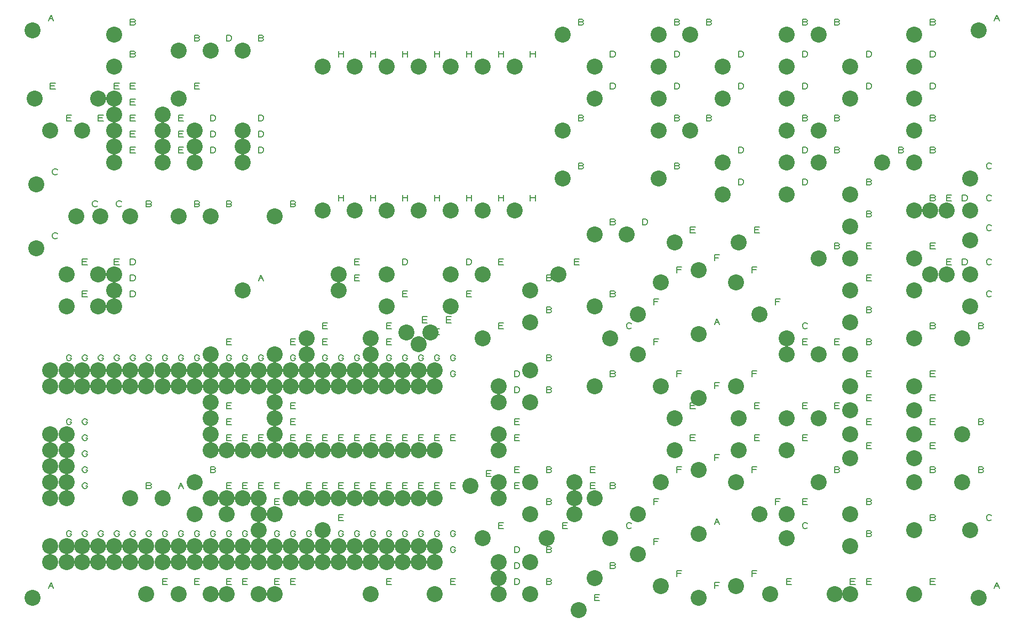
<source format=gbr>
%FSLAX23Y23*%
%MOIN*%
G04 EasyPC Gerber Version 14.0.2 Build 2922 *
%ADD25C,0.00500*%
%ADD24C,0.10000*%
X0Y0D02*
D02*
D24*
X1204Y1117D03*
Y4667D03*
X1217Y4242D03*
X1229Y3304D03*
Y3704D03*
X1316Y1341D03*
Y1441D03*
Y1741D03*
Y1841D03*
Y1941D03*
Y2041D03*
Y2142D03*
Y2442D03*
Y2542D03*
Y4042D03*
X1417Y1341D03*
Y1441D03*
Y1741D03*
Y1841D03*
Y1941D03*
Y2041D03*
Y2142D03*
Y2442D03*
Y2542D03*
Y2942D03*
Y3142D03*
X1479Y3504D03*
X1516Y1341D03*
Y1441D03*
Y2442D03*
Y2542D03*
Y4042D03*
X1616Y1341D03*
Y1441D03*
Y2442D03*
Y2542D03*
Y2942D03*
Y3142D03*
Y4242D03*
X1629Y3504D03*
X1716Y1341D03*
Y1441D03*
Y2442D03*
Y2542D03*
Y2942D03*
Y3042D03*
Y3142D03*
Y3842D03*
Y3942D03*
Y4042D03*
Y4142D03*
Y4242D03*
Y4441D03*
Y4642D03*
X1816Y1341D03*
Y1441D03*
Y1741D03*
Y2442D03*
Y2542D03*
Y3504D03*
X1916Y1142D03*
Y1341D03*
Y1441D03*
Y2442D03*
Y2542D03*
X2017Y1341D03*
Y1441D03*
Y1741D03*
Y2442D03*
Y2542D03*
Y3842D03*
Y3942D03*
Y4042D03*
Y4142D03*
X2117Y1142D03*
Y1341D03*
Y1441D03*
Y2442D03*
Y2542D03*
Y3504D03*
Y4242D03*
Y4542D03*
X2217Y1341D03*
Y1441D03*
Y1641D03*
Y1841D03*
Y2442D03*
Y2542D03*
Y3842D03*
Y3942D03*
Y4042D03*
X2317Y1142D03*
Y1341D03*
Y1441D03*
Y1741D03*
Y2041D03*
Y2142D03*
Y2242D03*
Y2342D03*
Y2442D03*
Y2542D03*
Y2642D03*
Y3504D03*
Y4542D03*
X2417Y1142D03*
Y1341D03*
Y1441D03*
Y1641D03*
Y1741D03*
Y2041D03*
Y2442D03*
Y2542D03*
X2517Y1341D03*
Y1441D03*
Y1741D03*
Y2041D03*
Y2442D03*
Y2542D03*
Y3042D03*
Y3842D03*
Y3942D03*
Y4042D03*
Y4542D03*
X2617Y1142D03*
Y1341D03*
Y1441D03*
Y1542D03*
Y1641D03*
Y1741D03*
Y2041D03*
Y2442D03*
Y2542D03*
X2717Y1142D03*
Y1341D03*
Y1441D03*
Y1641D03*
Y2041D03*
Y2142D03*
Y2242D03*
Y2342D03*
Y2442D03*
Y2542D03*
Y2642D03*
Y3504D03*
X2817Y1341D03*
Y1441D03*
Y1741D03*
Y2041D03*
Y2442D03*
Y2542D03*
X2917Y1341D03*
Y1441D03*
Y1741D03*
Y2041D03*
Y2442D03*
Y2542D03*
Y2642D03*
Y2742D03*
X3017Y1341D03*
Y1441D03*
Y1542D03*
Y1741D03*
Y2041D03*
Y2442D03*
Y2542D03*
Y3542D03*
Y4441D03*
X3117Y1341D03*
Y1441D03*
Y1741D03*
Y2041D03*
Y2442D03*
Y2542D03*
Y3042D03*
Y3142D03*
X3217Y1341D03*
Y1441D03*
Y1741D03*
Y2041D03*
Y2442D03*
Y2542D03*
Y3542D03*
Y4441D03*
X3317Y1142D03*
Y1341D03*
Y1441D03*
Y1741D03*
Y2041D03*
Y2442D03*
Y2542D03*
Y2642D03*
Y2742D03*
X3417Y1341D03*
Y1441D03*
Y1741D03*
Y2041D03*
Y2442D03*
Y2542D03*
Y2942D03*
Y3142D03*
Y3542D03*
Y4441D03*
X3517Y1341D03*
Y1441D03*
Y1741D03*
Y2041D03*
Y2442D03*
Y2542D03*
X3542Y2779D03*
X3617Y1341D03*
Y1441D03*
Y1741D03*
Y2041D03*
Y2442D03*
Y2542D03*
Y2704D03*
Y3542D03*
Y4441D03*
X3692Y2779D03*
X3717Y1142D03*
Y1341D03*
Y1441D03*
Y1741D03*
Y2041D03*
Y2442D03*
Y2542D03*
X3817Y2942D03*
Y3142D03*
Y3542D03*
Y4441D03*
X3942Y1816D03*
X4017Y1492D03*
Y2742D03*
Y3142D03*
Y3542D03*
Y4441D03*
X4117Y1142D03*
Y1242D03*
Y1341D03*
Y1741D03*
Y1841D03*
Y2041D03*
Y2142D03*
Y2342D03*
Y2442D03*
X4217Y3542D03*
Y4441D03*
X4316Y1142D03*
Y1341D03*
Y1641D03*
Y1841D03*
Y2342D03*
Y2542D03*
Y2842D03*
Y3042D03*
X4417Y1492D03*
X4492Y3142D03*
X4517Y3742D03*
Y4042D03*
Y4642D03*
X4592Y1641D03*
Y1741D03*
Y1841D03*
X4617Y1042D03*
X4717Y1242D03*
Y1741D03*
Y2442D03*
Y2942D03*
Y3392D03*
Y4242D03*
Y4441D03*
X4816Y1492D03*
Y2742D03*
X4917Y3392D03*
X4987Y1391D03*
Y1641D03*
Y2642D03*
Y2892D03*
X5117Y3742D03*
Y4042D03*
Y4242D03*
Y4441D03*
Y4642D03*
X5132Y1192D03*
Y1841D03*
Y2442D03*
Y3092D03*
X5217Y2041D03*
Y2242D03*
Y3342D03*
X5316Y4042D03*
Y4642D03*
X5367Y1117D03*
Y1516D03*
Y1916D03*
Y2367D03*
Y2767D03*
Y3167D03*
X5517Y3642D03*
Y3842D03*
Y4242D03*
Y4441D03*
X5602Y1192D03*
Y1841D03*
Y2442D03*
Y3092D03*
X5617Y2041D03*
Y2242D03*
Y3342D03*
X5747Y1641D03*
Y2892D03*
X5816Y1142D03*
X5917Y1492D03*
Y1641D03*
Y2041D03*
Y2242D03*
Y2642D03*
Y2742D03*
Y3642D03*
Y3842D03*
Y4042D03*
Y4242D03*
Y4441D03*
Y4642D03*
X6117Y1841D03*
Y2242D03*
Y2642D03*
Y3242D03*
Y3842D03*
Y4042D03*
Y4642D03*
X6217Y1142D03*
X6316D03*
Y1441D03*
Y1641D03*
Y1991D03*
Y2142D03*
Y2292D03*
Y2442D03*
Y2642D03*
Y2842D03*
Y3042D03*
Y3242D03*
Y3442D03*
Y3642D03*
Y4242D03*
Y4441D03*
X6516Y3842D03*
X6716Y1142D03*
Y1542D03*
Y1841D03*
Y1991D03*
Y2142D03*
Y2292D03*
Y2442D03*
Y2742D03*
Y3042D03*
Y3242D03*
Y3542D03*
Y3842D03*
Y4042D03*
Y4242D03*
Y4441D03*
Y4642D03*
X6816Y3142D03*
Y3542D03*
X6917Y3142D03*
Y3542D03*
X7016Y1841D03*
Y2142D03*
Y2742D03*
X7066Y1542D03*
Y2942D03*
Y3142D03*
Y3354D03*
Y3542D03*
Y3742D03*
X7117Y1117D03*
Y4667D03*
D02*
D25*
X1304Y1176D02*
X1320Y1213D01*
X1335Y1176*
X1310Y1192D02*
X1329D01*
X1304Y4726D02*
X1320Y4763D01*
X1335Y4726*
X1310Y4742D02*
X1329D01*
X1316Y4301D02*
Y4338D01*
X1348*
X1341Y4320D02*
X1316D01*
Y4301D02*
X1348D01*
X1360Y3370D02*
X1357Y3367D01*
X1351Y3363*
X1341*
X1335Y3367*
X1332Y3370*
X1329Y3376*
Y3388*
X1332Y3395*
X1335Y3398*
X1341Y3401*
X1351*
X1357Y3398*
X1360Y3395*
Y3770D02*
X1357Y3767D01*
X1351Y3763*
X1341*
X1335Y3767*
X1332Y3770*
X1329Y3776*
Y3788*
X1332Y3795*
X1335Y3798*
X1341Y3801*
X1351*
X1357Y3798*
X1360Y3795*
X1438Y1417D02*
X1448D01*
Y1413*
X1445Y1407*
X1441Y1404*
X1435Y1401*
X1429*
X1423Y1404*
X1420Y1407*
X1417Y1413*
Y1426*
X1420Y1432*
X1423Y1435*
X1429Y1438*
X1435*
X1441Y1435*
X1445Y1432*
X1448Y1426*
X1438Y1516D02*
X1448D01*
Y1513*
X1445Y1507*
X1441Y1504*
X1435Y1501*
X1429*
X1423Y1504*
X1420Y1507*
X1417Y1513*
Y1526*
X1420Y1532*
X1423Y1535*
X1429Y1538*
X1435*
X1441Y1535*
X1445Y1532*
X1448Y1526*
X1438Y1816D02*
X1448D01*
Y1813*
X1445Y1807*
X1441Y1804*
X1435Y1801*
X1429*
X1423Y1804*
X1420Y1807*
X1417Y1813*
Y1826*
X1420Y1832*
X1423Y1835*
X1429Y1838*
X1435*
X1441Y1835*
X1445Y1832*
X1448Y1826*
X1438Y1916D02*
X1448D01*
Y1913*
X1445Y1907*
X1441Y1904*
X1435Y1901*
X1429*
X1423Y1904*
X1420Y1907*
X1417Y1913*
Y1926*
X1420Y1932*
X1423Y1935*
X1429Y1938*
X1435*
X1441Y1935*
X1445Y1932*
X1448Y1926*
X1438Y2017D02*
X1448D01*
Y2013*
X1445Y2007*
X1441Y2004*
X1435Y2001*
X1429*
X1423Y2004*
X1420Y2007*
X1417Y2013*
Y2026*
X1420Y2032*
X1423Y2035*
X1429Y2038*
X1435*
X1441Y2035*
X1445Y2032*
X1448Y2026*
X1438Y2117D02*
X1448D01*
Y2113*
X1445Y2107*
X1441Y2104*
X1435Y2101*
X1429*
X1423Y2104*
X1420Y2107*
X1417Y2113*
Y2126*
X1420Y2132*
X1423Y2135*
X1429Y2138*
X1435*
X1441Y2135*
X1445Y2132*
X1448Y2126*
X1438Y2217D02*
X1448D01*
Y2213*
X1445Y2207*
X1441Y2204*
X1435Y2201*
X1429*
X1423Y2204*
X1420Y2207*
X1417Y2213*
Y2226*
X1420Y2232*
X1423Y2235*
X1429Y2238*
X1435*
X1441Y2235*
X1445Y2232*
X1448Y2226*
X1438Y2517D02*
X1448D01*
Y2513*
X1445Y2507*
X1441Y2504*
X1435Y2501*
X1429*
X1423Y2504*
X1420Y2507*
X1417Y2513*
Y2526*
X1420Y2532*
X1423Y2535*
X1429Y2538*
X1435*
X1441Y2535*
X1445Y2532*
X1448Y2526*
X1438Y2617D02*
X1448D01*
Y2613*
X1445Y2607*
X1441Y2604*
X1435Y2601*
X1429*
X1423Y2604*
X1420Y2607*
X1417Y2613*
Y2626*
X1420Y2632*
X1423Y2635*
X1429Y2638*
X1435*
X1441Y2635*
X1445Y2632*
X1448Y2626*
X1417Y4101D02*
Y4138D01*
X1448*
X1441Y4120D02*
X1417D01*
Y4101D02*
X1448D01*
X1538Y1417D02*
X1548D01*
Y1413*
X1545Y1407*
X1542Y1404*
X1535Y1401*
X1529*
X1523Y1404*
X1520Y1407*
X1516Y1413*
Y1426*
X1520Y1432*
X1523Y1435*
X1529Y1438*
X1535*
X1542Y1435*
X1545Y1432*
X1548Y1426*
X1538Y1516D02*
X1548D01*
Y1513*
X1545Y1507*
X1542Y1504*
X1535Y1501*
X1529*
X1523Y1504*
X1520Y1507*
X1516Y1513*
Y1526*
X1520Y1532*
X1523Y1535*
X1529Y1538*
X1535*
X1542Y1535*
X1545Y1532*
X1548Y1526*
X1538Y1816D02*
X1548D01*
Y1813*
X1545Y1807*
X1542Y1804*
X1535Y1801*
X1529*
X1523Y1804*
X1520Y1807*
X1516Y1813*
Y1826*
X1520Y1832*
X1523Y1835*
X1529Y1838*
X1535*
X1542Y1835*
X1545Y1832*
X1548Y1826*
X1538Y1916D02*
X1548D01*
Y1913*
X1545Y1907*
X1542Y1904*
X1535Y1901*
X1529*
X1523Y1904*
X1520Y1907*
X1516Y1913*
Y1926*
X1520Y1932*
X1523Y1935*
X1529Y1938*
X1535*
X1542Y1935*
X1545Y1932*
X1548Y1926*
X1538Y2017D02*
X1548D01*
Y2013*
X1545Y2007*
X1542Y2004*
X1535Y2001*
X1529*
X1523Y2004*
X1520Y2007*
X1516Y2013*
Y2026*
X1520Y2032*
X1523Y2035*
X1529Y2038*
X1535*
X1542Y2035*
X1545Y2032*
X1548Y2026*
X1538Y2117D02*
X1548D01*
Y2113*
X1545Y2107*
X1542Y2104*
X1535Y2101*
X1529*
X1523Y2104*
X1520Y2107*
X1516Y2113*
Y2126*
X1520Y2132*
X1523Y2135*
X1529Y2138*
X1535*
X1542Y2135*
X1545Y2132*
X1548Y2126*
X1538Y2217D02*
X1548D01*
Y2213*
X1545Y2207*
X1542Y2204*
X1535Y2201*
X1529*
X1523Y2204*
X1520Y2207*
X1516Y2213*
Y2226*
X1520Y2232*
X1523Y2235*
X1529Y2238*
X1535*
X1542Y2235*
X1545Y2232*
X1548Y2226*
X1538Y2517D02*
X1548D01*
Y2513*
X1545Y2507*
X1542Y2504*
X1535Y2501*
X1529*
X1523Y2504*
X1520Y2507*
X1516Y2513*
Y2526*
X1520Y2532*
X1523Y2535*
X1529Y2538*
X1535*
X1542Y2535*
X1545Y2532*
X1548Y2526*
X1538Y2617D02*
X1548D01*
Y2613*
X1545Y2607*
X1542Y2604*
X1535Y2601*
X1529*
X1523Y2604*
X1520Y2607*
X1516Y2613*
Y2626*
X1520Y2632*
X1523Y2635*
X1529Y2638*
X1535*
X1542Y2635*
X1545Y2632*
X1548Y2626*
X1516Y3001D02*
Y3038D01*
X1548*
X1542Y3020D02*
X1516D01*
Y3001D02*
X1548D01*
X1516Y3201D02*
Y3238D01*
X1548*
X1542Y3220D02*
X1516D01*
Y3201D02*
X1548D01*
X1610Y3570D02*
X1607Y3567D01*
X1601Y3563*
X1591*
X1585Y3567*
X1582Y3570*
X1579Y3576*
Y3588*
X1582Y3595*
X1585Y3598*
X1591Y3601*
X1601*
X1607Y3598*
X1610Y3595*
X1638Y1417D02*
X1648D01*
Y1413*
X1645Y1407*
X1641Y1404*
X1635Y1401*
X1629*
X1623Y1404*
X1620Y1407*
X1616Y1413*
Y1426*
X1620Y1432*
X1623Y1435*
X1629Y1438*
X1635*
X1641Y1435*
X1645Y1432*
X1648Y1426*
X1638Y1516D02*
X1648D01*
Y1513*
X1645Y1507*
X1641Y1504*
X1635Y1501*
X1629*
X1623Y1504*
X1620Y1507*
X1616Y1513*
Y1526*
X1620Y1532*
X1623Y1535*
X1629Y1538*
X1635*
X1641Y1535*
X1645Y1532*
X1648Y1526*
X1638Y2517D02*
X1648D01*
Y2513*
X1645Y2507*
X1641Y2504*
X1635Y2501*
X1629*
X1623Y2504*
X1620Y2507*
X1616Y2513*
Y2526*
X1620Y2532*
X1623Y2535*
X1629Y2538*
X1635*
X1641Y2535*
X1645Y2532*
X1648Y2526*
X1638Y2617D02*
X1648D01*
Y2613*
X1645Y2607*
X1641Y2604*
X1635Y2601*
X1629*
X1623Y2604*
X1620Y2607*
X1616Y2613*
Y2626*
X1620Y2632*
X1623Y2635*
X1629Y2638*
X1635*
X1641Y2635*
X1645Y2632*
X1648Y2626*
X1616Y4101D02*
Y4138D01*
X1648*
X1641Y4120D02*
X1616D01*
Y4101D02*
X1648D01*
X1738Y1417D02*
X1748D01*
Y1413*
X1745Y1407*
X1741Y1404*
X1735Y1401*
X1729*
X1723Y1404*
X1720Y1407*
X1716Y1413*
Y1426*
X1720Y1432*
X1723Y1435*
X1729Y1438*
X1735*
X1741Y1435*
X1745Y1432*
X1748Y1426*
X1738Y1516D02*
X1748D01*
Y1513*
X1745Y1507*
X1741Y1504*
X1735Y1501*
X1729*
X1723Y1504*
X1720Y1507*
X1716Y1513*
Y1526*
X1720Y1532*
X1723Y1535*
X1729Y1538*
X1735*
X1741Y1535*
X1745Y1532*
X1748Y1526*
X1738Y2517D02*
X1748D01*
Y2513*
X1745Y2507*
X1741Y2504*
X1735Y2501*
X1729*
X1723Y2504*
X1720Y2507*
X1716Y2513*
Y2526*
X1720Y2532*
X1723Y2535*
X1729Y2538*
X1735*
X1741Y2535*
X1745Y2532*
X1748Y2526*
X1738Y2617D02*
X1748D01*
Y2613*
X1745Y2607*
X1741Y2604*
X1735Y2601*
X1729*
X1723Y2604*
X1720Y2607*
X1716Y2613*
Y2626*
X1720Y2632*
X1723Y2635*
X1729Y2638*
X1735*
X1741Y2635*
X1745Y2632*
X1748Y2626*
X1716Y3001D02*
Y3038D01*
X1748*
X1741Y3020D02*
X1716D01*
Y3001D02*
X1748D01*
X1716Y3201D02*
Y3238D01*
X1748*
X1741Y3220D02*
X1716D01*
Y3201D02*
X1748D01*
X1716Y4301D02*
Y4338D01*
X1748*
X1741Y4320D02*
X1716D01*
Y4301D02*
X1748D01*
X1760Y3570D02*
X1757Y3567D01*
X1751Y3563*
X1741*
X1735Y3567*
X1732Y3570*
X1729Y3576*
Y3588*
X1732Y3595*
X1735Y3598*
X1741Y3601*
X1751*
X1757Y3598*
X1760Y3595*
X1838Y1417D02*
X1848D01*
Y1413*
X1845Y1407*
X1841Y1404*
X1835Y1401*
X1829*
X1823Y1404*
X1820Y1407*
X1816Y1413*
Y1426*
X1820Y1432*
X1823Y1435*
X1829Y1438*
X1835*
X1841Y1435*
X1845Y1432*
X1848Y1426*
X1838Y1516D02*
X1848D01*
Y1513*
X1845Y1507*
X1841Y1504*
X1835Y1501*
X1829*
X1823Y1504*
X1820Y1507*
X1816Y1513*
Y1526*
X1820Y1532*
X1823Y1535*
X1829Y1538*
X1835*
X1841Y1535*
X1845Y1532*
X1848Y1526*
X1838Y2517D02*
X1848D01*
Y2513*
X1845Y2507*
X1841Y2504*
X1835Y2501*
X1829*
X1823Y2504*
X1820Y2507*
X1816Y2513*
Y2526*
X1820Y2532*
X1823Y2535*
X1829Y2538*
X1835*
X1841Y2535*
X1845Y2532*
X1848Y2526*
X1838Y2617D02*
X1848D01*
Y2613*
X1845Y2607*
X1841Y2604*
X1835Y2601*
X1829*
X1823Y2604*
X1820Y2607*
X1816Y2613*
Y2626*
X1820Y2632*
X1823Y2635*
X1829Y2638*
X1835*
X1841Y2635*
X1845Y2632*
X1848Y2626*
X1816Y3001D02*
Y3038D01*
X1835*
X1841Y3035*
X1845Y3032*
X1848Y3026*
Y3013*
X1845Y3007*
X1841Y3004*
X1835Y3001*
X1816*
Y3101D02*
Y3138D01*
X1835*
X1841Y3135*
X1845Y3132*
X1848Y3126*
Y3113*
X1845Y3107*
X1841Y3104*
X1835Y3101*
X1816*
Y3201D02*
Y3238D01*
X1835*
X1841Y3235*
X1845Y3232*
X1848Y3226*
Y3213*
X1845Y3207*
X1841Y3204*
X1835Y3201*
X1816*
Y3901D02*
Y3938D01*
X1848*
X1841Y3920D02*
X1816D01*
Y3901D02*
X1848D01*
X1816Y4001D02*
Y4038D01*
X1848*
X1841Y4020D02*
X1816D01*
Y4001D02*
X1848D01*
X1816Y4101D02*
Y4138D01*
X1848*
X1841Y4120D02*
X1816D01*
Y4101D02*
X1848D01*
X1816Y4201D02*
Y4238D01*
X1848*
X1841Y4220D02*
X1816D01*
Y4201D02*
X1848D01*
X1816Y4301D02*
Y4338D01*
X1848*
X1841Y4320D02*
X1816D01*
Y4301D02*
X1848D01*
X1838Y4520D02*
X1845Y4517D01*
X1848Y4510*
X1845Y4504*
X1838Y4501*
X1816*
Y4538*
X1838*
X1845Y4535*
X1848Y4529*
X1845Y4523*
X1838Y4520*
X1816*
X1838Y4720D02*
X1845Y4717D01*
X1848Y4710*
X1845Y4704*
X1838Y4701*
X1816*
Y4738*
X1838*
X1845Y4735*
X1848Y4729*
X1845Y4723*
X1838Y4720*
X1816*
X1938Y1417D02*
X1948D01*
Y1413*
X1945Y1407*
X1941Y1404*
X1935Y1401*
X1929*
X1923Y1404*
X1920Y1407*
X1916Y1413*
Y1426*
X1920Y1432*
X1923Y1435*
X1929Y1438*
X1935*
X1941Y1435*
X1945Y1432*
X1948Y1426*
X1938Y1516D02*
X1948D01*
Y1513*
X1945Y1507*
X1941Y1504*
X1935Y1501*
X1929*
X1923Y1504*
X1920Y1507*
X1916Y1513*
Y1526*
X1920Y1532*
X1923Y1535*
X1929Y1538*
X1935*
X1941Y1535*
X1945Y1532*
X1948Y1526*
X1938Y1820D02*
X1945Y1816D01*
X1948Y1810*
X1945Y1804*
X1938Y1801*
X1916*
Y1838*
X1938*
X1945Y1835*
X1948Y1829*
X1945Y1823*
X1938Y1820*
X1916*
X1938Y2517D02*
X1948D01*
Y2513*
X1945Y2507*
X1941Y2504*
X1935Y2501*
X1929*
X1923Y2504*
X1920Y2507*
X1916Y2513*
Y2526*
X1920Y2532*
X1923Y2535*
X1929Y2538*
X1935*
X1941Y2535*
X1945Y2532*
X1948Y2526*
X1938Y2617D02*
X1948D01*
Y2613*
X1945Y2607*
X1941Y2604*
X1935Y2601*
X1929*
X1923Y2604*
X1920Y2607*
X1916Y2613*
Y2626*
X1920Y2632*
X1923Y2635*
X1929Y2638*
X1935*
X1941Y2635*
X1945Y2632*
X1948Y2626*
X1938Y3582D02*
X1945Y3579D01*
X1948Y3573*
X1945Y3567*
X1938Y3563*
X1916*
Y3601*
X1938*
X1945Y3598*
X1948Y3592*
X1945Y3585*
X1938Y3582*
X1916*
X2017Y1201D02*
Y1238D01*
X2048*
X2041Y1220D02*
X2017D01*
Y1201D02*
X2048D01*
X2038Y1417D02*
X2048D01*
Y1413*
X2045Y1407*
X2041Y1404*
X2035Y1401*
X2029*
X2023Y1404*
X2020Y1407*
X2017Y1413*
Y1426*
X2020Y1432*
X2023Y1435*
X2029Y1438*
X2035*
X2041Y1435*
X2045Y1432*
X2048Y1426*
X2038Y1516D02*
X2048D01*
Y1513*
X2045Y1507*
X2041Y1504*
X2035Y1501*
X2029*
X2023Y1504*
X2020Y1507*
X2017Y1513*
Y1526*
X2020Y1532*
X2023Y1535*
X2029Y1538*
X2035*
X2041Y1535*
X2045Y1532*
X2048Y1526*
X2038Y2517D02*
X2048D01*
Y2513*
X2045Y2507*
X2041Y2504*
X2035Y2501*
X2029*
X2023Y2504*
X2020Y2507*
X2017Y2513*
Y2526*
X2020Y2532*
X2023Y2535*
X2029Y2538*
X2035*
X2041Y2535*
X2045Y2532*
X2048Y2526*
X2038Y2617D02*
X2048D01*
Y2613*
X2045Y2607*
X2041Y2604*
X2035Y2601*
X2029*
X2023Y2604*
X2020Y2607*
X2017Y2613*
Y2626*
X2020Y2632*
X2023Y2635*
X2029Y2638*
X2035*
X2041Y2635*
X2045Y2632*
X2048Y2626*
X2138Y1417D02*
X2148D01*
Y1413*
X2145Y1407*
X2142Y1404*
X2135Y1401*
X2129*
X2123Y1404*
X2120Y1407*
X2117Y1413*
Y1426*
X2120Y1432*
X2123Y1435*
X2129Y1438*
X2135*
X2142Y1435*
X2145Y1432*
X2148Y1426*
X2138Y1516D02*
X2148D01*
Y1513*
X2145Y1507*
X2142Y1504*
X2135Y1501*
X2129*
X2123Y1504*
X2120Y1507*
X2117Y1513*
Y1526*
X2120Y1532*
X2123Y1535*
X2129Y1538*
X2135*
X2142Y1535*
X2145Y1532*
X2148Y1526*
X2117Y1801D02*
X2132Y1838D01*
X2148Y1801*
X2123Y1816D02*
X2142D01*
X2138Y2517D02*
X2148D01*
Y2513*
X2145Y2507*
X2142Y2504*
X2135Y2501*
X2129*
X2123Y2504*
X2120Y2507*
X2117Y2513*
Y2526*
X2120Y2532*
X2123Y2535*
X2129Y2538*
X2135*
X2142Y2535*
X2145Y2532*
X2148Y2526*
X2138Y2617D02*
X2148D01*
Y2613*
X2145Y2607*
X2142Y2604*
X2135Y2601*
X2129*
X2123Y2604*
X2120Y2607*
X2117Y2613*
Y2626*
X2120Y2632*
X2123Y2635*
X2129Y2638*
X2135*
X2142Y2635*
X2145Y2632*
X2148Y2626*
X2117Y3901D02*
Y3938D01*
X2148*
X2142Y3920D02*
X2117D01*
Y3901D02*
X2148D01*
X2117Y4001D02*
Y4038D01*
X2148*
X2142Y4020D02*
X2117D01*
Y4001D02*
X2148D01*
X2117Y4101D02*
Y4138D01*
X2148*
X2142Y4120D02*
X2117D01*
Y4101D02*
X2148D01*
X2117Y4201D02*
Y4238D01*
X2148*
X2142Y4220D02*
X2117D01*
Y4201D02*
X2148D01*
X2217Y1201D02*
Y1238D01*
X2248*
X2242Y1220D02*
X2217D01*
Y1201D02*
X2248D01*
X2238Y1417D02*
X2248D01*
Y1413*
X2245Y1407*
X2242Y1404*
X2235Y1401*
X2229*
X2223Y1404*
X2220Y1407*
X2217Y1413*
Y1426*
X2220Y1432*
X2223Y1435*
X2229Y1438*
X2235*
X2242Y1435*
X2245Y1432*
X2248Y1426*
X2238Y1516D02*
X2248D01*
Y1513*
X2245Y1507*
X2242Y1504*
X2235Y1501*
X2229*
X2223Y1504*
X2220Y1507*
X2217Y1513*
Y1526*
X2220Y1532*
X2223Y1535*
X2229Y1538*
X2235*
X2242Y1535*
X2245Y1532*
X2248Y1526*
X2238Y2517D02*
X2248D01*
Y2513*
X2245Y2507*
X2242Y2504*
X2235Y2501*
X2229*
X2223Y2504*
X2220Y2507*
X2217Y2513*
Y2526*
X2220Y2532*
X2223Y2535*
X2229Y2538*
X2235*
X2242Y2535*
X2245Y2532*
X2248Y2526*
X2238Y2617D02*
X2248D01*
Y2613*
X2245Y2607*
X2242Y2604*
X2235Y2601*
X2229*
X2223Y2604*
X2220Y2607*
X2217Y2613*
Y2626*
X2220Y2632*
X2223Y2635*
X2229Y2638*
X2235*
X2242Y2635*
X2245Y2632*
X2248Y2626*
X2238Y3582D02*
X2245Y3579D01*
X2248Y3573*
X2245Y3567*
X2238Y3563*
X2217*
Y3601*
X2238*
X2245Y3598*
X2248Y3592*
X2245Y3585*
X2238Y3582*
X2217*
Y4301D02*
Y4338D01*
X2248*
X2242Y4320D02*
X2217D01*
Y4301D02*
X2248D01*
X2238Y4620D02*
X2245Y4617D01*
X2248Y4610*
X2245Y4604*
X2238Y4601*
X2217*
Y4638*
X2238*
X2245Y4635*
X2248Y4629*
X2245Y4623*
X2238Y4620*
X2217*
X2338Y1417D02*
X2348D01*
Y1413*
X2345Y1407*
X2342Y1404*
X2335Y1401*
X2329*
X2323Y1404*
X2320Y1407*
X2317Y1413*
Y1426*
X2320Y1432*
X2323Y1435*
X2329Y1438*
X2335*
X2342Y1435*
X2345Y1432*
X2348Y1426*
X2338Y1516D02*
X2348D01*
Y1513*
X2345Y1507*
X2342Y1504*
X2335Y1501*
X2329*
X2323Y1504*
X2320Y1507*
X2317Y1513*
Y1526*
X2320Y1532*
X2323Y1535*
X2329Y1538*
X2335*
X2342Y1535*
X2345Y1532*
X2348Y1526*
X2338Y1720D02*
X2345Y1716D01*
X2348Y1710*
X2345Y1704*
X2338Y1701*
X2317*
Y1738*
X2338*
X2345Y1735*
X2348Y1729*
X2345Y1723*
X2338Y1720*
X2317*
X2338Y1920D02*
X2345Y1916D01*
X2348Y1910*
X2345Y1904*
X2338Y1901*
X2317*
Y1938*
X2338*
X2345Y1935*
X2348Y1929*
X2345Y1923*
X2338Y1920*
X2317*
X2338Y2517D02*
X2348D01*
Y2513*
X2345Y2507*
X2342Y2504*
X2335Y2501*
X2329*
X2323Y2504*
X2320Y2507*
X2317Y2513*
Y2526*
X2320Y2532*
X2323Y2535*
X2329Y2538*
X2335*
X2342Y2535*
X2345Y2532*
X2348Y2526*
X2338Y2617D02*
X2348D01*
Y2613*
X2345Y2607*
X2342Y2604*
X2335Y2601*
X2329*
X2323Y2604*
X2320Y2607*
X2317Y2613*
Y2626*
X2320Y2632*
X2323Y2635*
X2329Y2638*
X2335*
X2342Y2635*
X2345Y2632*
X2348Y2626*
X2317Y3901D02*
Y3938D01*
X2335*
X2342Y3935*
X2345Y3932*
X2348Y3926*
Y3913*
X2345Y3907*
X2342Y3904*
X2335Y3901*
X2317*
Y4001D02*
Y4038D01*
X2335*
X2342Y4035*
X2345Y4032*
X2348Y4026*
Y4013*
X2345Y4007*
X2342Y4004*
X2335Y4001*
X2317*
Y4101D02*
Y4138D01*
X2335*
X2342Y4135*
X2345Y4132*
X2348Y4126*
Y4113*
X2345Y4107*
X2342Y4104*
X2335Y4101*
X2317*
X2417Y1201D02*
Y1238D01*
X2448*
X2442Y1220D02*
X2417D01*
Y1201D02*
X2448D01*
X2438Y1417D02*
X2448D01*
Y1413*
X2445Y1407*
X2442Y1404*
X2435Y1401*
X2429*
X2423Y1404*
X2420Y1407*
X2417Y1413*
Y1426*
X2420Y1432*
X2423Y1435*
X2429Y1438*
X2435*
X2442Y1435*
X2445Y1432*
X2448Y1426*
X2438Y1516D02*
X2448D01*
Y1513*
X2445Y1507*
X2442Y1504*
X2435Y1501*
X2429*
X2423Y1504*
X2420Y1507*
X2417Y1513*
Y1526*
X2420Y1532*
X2423Y1535*
X2429Y1538*
X2435*
X2442Y1535*
X2445Y1532*
X2448Y1526*
X2417Y1801D02*
Y1838D01*
X2448*
X2442Y1820D02*
X2417D01*
Y1801D02*
X2448D01*
X2417Y2101D02*
Y2138D01*
X2448*
X2442Y2120D02*
X2417D01*
Y2101D02*
X2448D01*
X2417Y2201D02*
Y2238D01*
X2448*
X2442Y2220D02*
X2417D01*
Y2201D02*
X2448D01*
X2417Y2301D02*
Y2338D01*
X2448*
X2442Y2320D02*
X2417D01*
Y2301D02*
X2448D01*
X2417Y2401D02*
Y2438D01*
X2448*
X2442Y2420D02*
X2417D01*
Y2401D02*
X2448D01*
X2438Y2517D02*
X2448D01*
Y2513*
X2445Y2507*
X2442Y2504*
X2435Y2501*
X2429*
X2423Y2504*
X2420Y2507*
X2417Y2513*
Y2526*
X2420Y2532*
X2423Y2535*
X2429Y2538*
X2435*
X2442Y2535*
X2445Y2532*
X2448Y2526*
X2438Y2617D02*
X2448D01*
Y2613*
X2445Y2607*
X2442Y2604*
X2435Y2601*
X2429*
X2423Y2604*
X2420Y2607*
X2417Y2613*
Y2626*
X2420Y2632*
X2423Y2635*
X2429Y2638*
X2435*
X2442Y2635*
X2445Y2632*
X2448Y2626*
X2417Y2701D02*
Y2738D01*
X2448*
X2442Y2720D02*
X2417D01*
Y2701D02*
X2448D01*
X2438Y3582D02*
X2445Y3579D01*
X2448Y3573*
X2445Y3567*
X2438Y3563*
X2417*
Y3601*
X2438*
X2445Y3598*
X2448Y3592*
X2445Y3585*
X2438Y3582*
X2417*
Y4601D02*
Y4638D01*
X2435*
X2442Y4635*
X2445Y4632*
X2448Y4626*
Y4613*
X2445Y4607*
X2442Y4604*
X2435Y4601*
X2417*
X2517Y1201D02*
Y1238D01*
X2548*
X2542Y1220D02*
X2517D01*
Y1201D02*
X2548D01*
X2538Y1417D02*
X2548D01*
Y1413*
X2545Y1407*
X2542Y1404*
X2535Y1401*
X2529*
X2523Y1404*
X2520Y1407*
X2517Y1413*
Y1426*
X2520Y1432*
X2523Y1435*
X2529Y1438*
X2535*
X2542Y1435*
X2545Y1432*
X2548Y1426*
X2538Y1516D02*
X2548D01*
Y1513*
X2545Y1507*
X2542Y1504*
X2535Y1501*
X2529*
X2523Y1504*
X2520Y1507*
X2517Y1513*
Y1526*
X2520Y1532*
X2523Y1535*
X2529Y1538*
X2535*
X2542Y1535*
X2545Y1532*
X2548Y1526*
X2517Y1701D02*
Y1738D01*
X2548*
X2542Y1720D02*
X2517D01*
Y1701D02*
X2548D01*
X2517Y1801D02*
Y1838D01*
X2548*
X2542Y1820D02*
X2517D01*
Y1801D02*
X2548D01*
X2517Y2101D02*
Y2138D01*
X2548*
X2542Y2120D02*
X2517D01*
Y2101D02*
X2548D01*
X2538Y2517D02*
X2548D01*
Y2513*
X2545Y2507*
X2542Y2504*
X2535Y2501*
X2529*
X2523Y2504*
X2520Y2507*
X2517Y2513*
Y2526*
X2520Y2532*
X2523Y2535*
X2529Y2538*
X2535*
X2542Y2535*
X2545Y2532*
X2548Y2526*
X2538Y2617D02*
X2548D01*
Y2613*
X2545Y2607*
X2542Y2604*
X2535Y2601*
X2529*
X2523Y2604*
X2520Y2607*
X2517Y2613*
Y2626*
X2520Y2632*
X2523Y2635*
X2529Y2638*
X2535*
X2542Y2635*
X2545Y2632*
X2548Y2626*
X2638Y1417D02*
X2648D01*
Y1413*
X2645Y1407*
X2642Y1404*
X2635Y1401*
X2629*
X2623Y1404*
X2620Y1407*
X2617Y1413*
Y1426*
X2620Y1432*
X2623Y1435*
X2629Y1438*
X2635*
X2642Y1435*
X2645Y1432*
X2648Y1426*
X2638Y1516D02*
X2648D01*
Y1513*
X2645Y1507*
X2642Y1504*
X2635Y1501*
X2629*
X2623Y1504*
X2620Y1507*
X2617Y1513*
Y1526*
X2620Y1532*
X2623Y1535*
X2629Y1538*
X2635*
X2642Y1535*
X2645Y1532*
X2648Y1526*
X2617Y1801D02*
Y1838D01*
X2648*
X2642Y1820D02*
X2617D01*
Y1801D02*
X2648D01*
X2617Y2101D02*
Y2138D01*
X2648*
X2642Y2120D02*
X2617D01*
Y2101D02*
X2648D01*
X2638Y2517D02*
X2648D01*
Y2513*
X2645Y2507*
X2642Y2504*
X2635Y2501*
X2629*
X2623Y2504*
X2620Y2507*
X2617Y2513*
Y2526*
X2620Y2532*
X2623Y2535*
X2629Y2538*
X2635*
X2642Y2535*
X2645Y2532*
X2648Y2526*
X2638Y2617D02*
X2648D01*
Y2613*
X2645Y2607*
X2642Y2604*
X2635Y2601*
X2629*
X2623Y2604*
X2620Y2607*
X2617Y2613*
Y2626*
X2620Y2632*
X2623Y2635*
X2629Y2638*
X2635*
X2642Y2635*
X2645Y2632*
X2648Y2626*
X2617Y3101D02*
X2632Y3138D01*
X2648Y3101*
X2623Y3117D02*
X2642D01*
X2617Y3901D02*
Y3938D01*
X2635*
X2642Y3935*
X2645Y3932*
X2648Y3926*
Y3913*
X2645Y3907*
X2642Y3904*
X2635Y3901*
X2617*
Y4001D02*
Y4038D01*
X2635*
X2642Y4035*
X2645Y4032*
X2648Y4026*
Y4013*
X2645Y4007*
X2642Y4004*
X2635Y4001*
X2617*
Y4101D02*
Y4138D01*
X2635*
X2642Y4135*
X2645Y4132*
X2648Y4126*
Y4113*
X2645Y4107*
X2642Y4104*
X2635Y4101*
X2617*
X2638Y4620D02*
X2645Y4617D01*
X2648Y4610*
X2645Y4604*
X2638Y4601*
X2617*
Y4638*
X2638*
X2645Y4635*
X2648Y4629*
X2645Y4623*
X2638Y4620*
X2617*
X2717Y1201D02*
Y1238D01*
X2748*
X2742Y1220D02*
X2717D01*
Y1201D02*
X2748D01*
X2738Y1417D02*
X2748D01*
Y1413*
X2745Y1407*
X2742Y1404*
X2735Y1401*
X2729*
X2723Y1404*
X2720Y1407*
X2717Y1413*
Y1426*
X2720Y1432*
X2723Y1435*
X2729Y1438*
X2735*
X2742Y1435*
X2745Y1432*
X2748Y1426*
X2738Y1516D02*
X2748D01*
Y1513*
X2745Y1507*
X2742Y1504*
X2735Y1501*
X2729*
X2723Y1504*
X2720Y1507*
X2717Y1513*
Y1526*
X2720Y1532*
X2723Y1535*
X2729Y1538*
X2735*
X2742Y1535*
X2745Y1532*
X2748Y1526*
X2717Y1601D02*
Y1638D01*
X2748*
X2742Y1620D02*
X2717D01*
Y1601D02*
X2748D01*
X2717Y1701D02*
Y1738D01*
X2748*
X2742Y1720D02*
X2717D01*
Y1701D02*
X2748D01*
X2717Y1801D02*
Y1838D01*
X2748*
X2742Y1820D02*
X2717D01*
Y1801D02*
X2748D01*
X2717Y2101D02*
Y2138D01*
X2748*
X2742Y2120D02*
X2717D01*
Y2101D02*
X2748D01*
X2738Y2517D02*
X2748D01*
Y2513*
X2745Y2507*
X2742Y2504*
X2735Y2501*
X2729*
X2723Y2504*
X2720Y2507*
X2717Y2513*
Y2526*
X2720Y2532*
X2723Y2535*
X2729Y2538*
X2735*
X2742Y2535*
X2745Y2532*
X2748Y2526*
X2738Y2617D02*
X2748D01*
Y2613*
X2745Y2607*
X2742Y2604*
X2735Y2601*
X2729*
X2723Y2604*
X2720Y2607*
X2717Y2613*
Y2626*
X2720Y2632*
X2723Y2635*
X2729Y2638*
X2735*
X2742Y2635*
X2745Y2632*
X2748Y2626*
X2817Y1201D02*
Y1238D01*
X2848*
X2842Y1220D02*
X2817D01*
Y1201D02*
X2848D01*
X2838Y1417D02*
X2848D01*
Y1413*
X2845Y1407*
X2842Y1404*
X2835Y1401*
X2829*
X2823Y1404*
X2820Y1407*
X2817Y1413*
Y1426*
X2820Y1432*
X2823Y1435*
X2829Y1438*
X2835*
X2842Y1435*
X2845Y1432*
X2848Y1426*
X2838Y1516D02*
X2848D01*
Y1513*
X2845Y1507*
X2842Y1504*
X2835Y1501*
X2829*
X2823Y1504*
X2820Y1507*
X2817Y1513*
Y1526*
X2820Y1532*
X2823Y1535*
X2829Y1538*
X2835*
X2842Y1535*
X2845Y1532*
X2848Y1526*
X2817Y1701D02*
Y1738D01*
X2848*
X2842Y1720D02*
X2817D01*
Y1701D02*
X2848D01*
X2817Y2101D02*
Y2138D01*
X2848*
X2842Y2120D02*
X2817D01*
Y2101D02*
X2848D01*
X2817Y2201D02*
Y2238D01*
X2848*
X2842Y2220D02*
X2817D01*
Y2201D02*
X2848D01*
X2817Y2301D02*
Y2338D01*
X2848*
X2842Y2320D02*
X2817D01*
Y2301D02*
X2848D01*
X2817Y2401D02*
Y2438D01*
X2848*
X2842Y2420D02*
X2817D01*
Y2401D02*
X2848D01*
X2838Y2517D02*
X2848D01*
Y2513*
X2845Y2507*
X2842Y2504*
X2835Y2501*
X2829*
X2823Y2504*
X2820Y2507*
X2817Y2513*
Y2526*
X2820Y2532*
X2823Y2535*
X2829Y2538*
X2835*
X2842Y2535*
X2845Y2532*
X2848Y2526*
X2838Y2617D02*
X2848D01*
Y2613*
X2845Y2607*
X2842Y2604*
X2835Y2601*
X2829*
X2823Y2604*
X2820Y2607*
X2817Y2613*
Y2626*
X2820Y2632*
X2823Y2635*
X2829Y2638*
X2835*
X2842Y2635*
X2845Y2632*
X2848Y2626*
X2817Y2701D02*
Y2738D01*
X2848*
X2842Y2720D02*
X2817D01*
Y2701D02*
X2848D01*
X2838Y3582D02*
X2845Y3579D01*
X2848Y3573*
X2845Y3567*
X2838Y3563*
X2817*
Y3601*
X2838*
X2845Y3598*
X2848Y3592*
X2845Y3585*
X2838Y3582*
X2817*
X2938Y1417D02*
X2948D01*
Y1413*
X2945Y1407*
X2942Y1404*
X2935Y1401*
X2929*
X2923Y1404*
X2920Y1407*
X2917Y1413*
Y1426*
X2920Y1432*
X2923Y1435*
X2929Y1438*
X2935*
X2942Y1435*
X2945Y1432*
X2948Y1426*
X2938Y1516D02*
X2948D01*
Y1513*
X2945Y1507*
X2942Y1504*
X2935Y1501*
X2929*
X2923Y1504*
X2920Y1507*
X2917Y1513*
Y1526*
X2920Y1532*
X2923Y1535*
X2929Y1538*
X2935*
X2942Y1535*
X2945Y1532*
X2948Y1526*
X2917Y1801D02*
Y1838D01*
X2948*
X2942Y1820D02*
X2917D01*
Y1801D02*
X2948D01*
X2917Y2101D02*
Y2138D01*
X2948*
X2942Y2120D02*
X2917D01*
Y2101D02*
X2948D01*
X2938Y2517D02*
X2948D01*
Y2513*
X2945Y2507*
X2942Y2504*
X2935Y2501*
X2929*
X2923Y2504*
X2920Y2507*
X2917Y2513*
Y2526*
X2920Y2532*
X2923Y2535*
X2929Y2538*
X2935*
X2942Y2535*
X2945Y2532*
X2948Y2526*
X2938Y2617D02*
X2948D01*
Y2613*
X2945Y2607*
X2942Y2604*
X2935Y2601*
X2929*
X2923Y2604*
X2920Y2607*
X2917Y2613*
Y2626*
X2920Y2632*
X2923Y2635*
X2929Y2638*
X2935*
X2942Y2635*
X2945Y2632*
X2948Y2626*
X3038Y1417D02*
X3048D01*
Y1413*
X3045Y1407*
X3042Y1404*
X3035Y1401*
X3029*
X3023Y1404*
X3020Y1407*
X3017Y1413*
Y1426*
X3020Y1432*
X3023Y1435*
X3029Y1438*
X3035*
X3042Y1435*
X3045Y1432*
X3048Y1426*
X3038Y1516D02*
X3048D01*
Y1513*
X3045Y1507*
X3042Y1504*
X3035Y1501*
X3029*
X3023Y1504*
X3020Y1507*
X3017Y1513*
Y1526*
X3020Y1532*
X3023Y1535*
X3029Y1538*
X3035*
X3042Y1535*
X3045Y1532*
X3048Y1526*
X3017Y1801D02*
Y1838D01*
X3048*
X3042Y1820D02*
X3017D01*
Y1801D02*
X3048D01*
X3017Y2101D02*
Y2138D01*
X3048*
X3042Y2120D02*
X3017D01*
Y2101D02*
X3048D01*
X3038Y2517D02*
X3048D01*
Y2513*
X3045Y2507*
X3042Y2504*
X3035Y2501*
X3029*
X3023Y2504*
X3020Y2507*
X3017Y2513*
Y2526*
X3020Y2532*
X3023Y2535*
X3029Y2538*
X3035*
X3042Y2535*
X3045Y2532*
X3048Y2526*
X3038Y2617D02*
X3048D01*
Y2613*
X3045Y2607*
X3042Y2604*
X3035Y2601*
X3029*
X3023Y2604*
X3020Y2607*
X3017Y2613*
Y2626*
X3020Y2632*
X3023Y2635*
X3029Y2638*
X3035*
X3042Y2635*
X3045Y2632*
X3048Y2626*
X3017Y2701D02*
Y2738D01*
X3048*
X3042Y2720D02*
X3017D01*
Y2701D02*
X3048D01*
X3017Y2801D02*
Y2838D01*
X3048*
X3042Y2820D02*
X3017D01*
Y2801D02*
X3048D01*
X3138Y1417D02*
X3148D01*
Y1413*
X3145Y1407*
X3142Y1404*
X3135Y1401*
X3129*
X3123Y1404*
X3120Y1407*
X3117Y1413*
Y1426*
X3120Y1432*
X3123Y1435*
X3129Y1438*
X3135*
X3142Y1435*
X3145Y1432*
X3148Y1426*
X3138Y1516D02*
X3148D01*
Y1513*
X3145Y1507*
X3142Y1504*
X3135Y1501*
X3129*
X3123Y1504*
X3120Y1507*
X3117Y1513*
Y1526*
X3120Y1532*
X3123Y1535*
X3129Y1538*
X3135*
X3142Y1535*
X3145Y1532*
X3148Y1526*
X3117Y1601D02*
Y1638D01*
X3148*
X3142Y1620D02*
X3117D01*
Y1601D02*
X3148D01*
X3117Y1801D02*
Y1838D01*
X3148*
X3142Y1820D02*
X3117D01*
Y1801D02*
X3148D01*
X3117Y2101D02*
Y2138D01*
X3148*
X3142Y2120D02*
X3117D01*
Y2101D02*
X3148D01*
X3138Y2517D02*
X3148D01*
Y2513*
X3145Y2507*
X3142Y2504*
X3135Y2501*
X3129*
X3123Y2504*
X3120Y2507*
X3117Y2513*
Y2526*
X3120Y2532*
X3123Y2535*
X3129Y2538*
X3135*
X3142Y2535*
X3145Y2532*
X3148Y2526*
X3138Y2617D02*
X3148D01*
Y2613*
X3145Y2607*
X3142Y2604*
X3135Y2601*
X3129*
X3123Y2604*
X3120Y2607*
X3117Y2613*
Y2626*
X3120Y2632*
X3123Y2635*
X3129Y2638*
X3135*
X3142Y2635*
X3145Y2632*
X3148Y2626*
X3117Y3601D02*
Y3638D01*
Y3620D02*
X3148D01*
Y3601D02*
Y3638D01*
X3117Y4501D02*
Y4538D01*
Y4520D02*
X3148D01*
Y4501D02*
Y4538D01*
X3238Y1417D02*
X3248D01*
Y1413*
X3245Y1407*
X3242Y1404*
X3235Y1401*
X3229*
X3223Y1404*
X3220Y1407*
X3217Y1413*
Y1426*
X3220Y1432*
X3223Y1435*
X3229Y1438*
X3235*
X3242Y1435*
X3245Y1432*
X3248Y1426*
X3238Y1516D02*
X3248D01*
Y1513*
X3245Y1507*
X3242Y1504*
X3235Y1501*
X3229*
X3223Y1504*
X3220Y1507*
X3217Y1513*
Y1526*
X3220Y1532*
X3223Y1535*
X3229Y1538*
X3235*
X3242Y1535*
X3245Y1532*
X3248Y1526*
X3217Y1801D02*
Y1838D01*
X3248*
X3242Y1820D02*
X3217D01*
Y1801D02*
X3248D01*
X3217Y2101D02*
Y2138D01*
X3248*
X3242Y2120D02*
X3217D01*
Y2101D02*
X3248D01*
X3238Y2517D02*
X3248D01*
Y2513*
X3245Y2507*
X3242Y2504*
X3235Y2501*
X3229*
X3223Y2504*
X3220Y2507*
X3217Y2513*
Y2526*
X3220Y2532*
X3223Y2535*
X3229Y2538*
X3235*
X3242Y2535*
X3245Y2532*
X3248Y2526*
X3238Y2617D02*
X3248D01*
Y2613*
X3245Y2607*
X3242Y2604*
X3235Y2601*
X3229*
X3223Y2604*
X3220Y2607*
X3217Y2613*
Y2626*
X3220Y2632*
X3223Y2635*
X3229Y2638*
X3235*
X3242Y2635*
X3245Y2632*
X3248Y2626*
X3217Y3101D02*
Y3138D01*
X3248*
X3242Y3120D02*
X3217D01*
Y3101D02*
X3248D01*
X3217Y3201D02*
Y3238D01*
X3248*
X3242Y3220D02*
X3217D01*
Y3201D02*
X3248D01*
X3338Y1417D02*
X3348D01*
Y1413*
X3345Y1407*
X3342Y1404*
X3335Y1401*
X3329*
X3323Y1404*
X3320Y1407*
X3317Y1413*
Y1426*
X3320Y1432*
X3323Y1435*
X3329Y1438*
X3335*
X3342Y1435*
X3345Y1432*
X3348Y1426*
X3338Y1516D02*
X3348D01*
Y1513*
X3345Y1507*
X3342Y1504*
X3335Y1501*
X3329*
X3323Y1504*
X3320Y1507*
X3317Y1513*
Y1526*
X3320Y1532*
X3323Y1535*
X3329Y1538*
X3335*
X3342Y1535*
X3345Y1532*
X3348Y1526*
X3317Y1801D02*
Y1838D01*
X3348*
X3342Y1820D02*
X3317D01*
Y1801D02*
X3348D01*
X3317Y2101D02*
Y2138D01*
X3348*
X3342Y2120D02*
X3317D01*
Y2101D02*
X3348D01*
X3338Y2517D02*
X3348D01*
Y2513*
X3345Y2507*
X3342Y2504*
X3335Y2501*
X3329*
X3323Y2504*
X3320Y2507*
X3317Y2513*
Y2526*
X3320Y2532*
X3323Y2535*
X3329Y2538*
X3335*
X3342Y2535*
X3345Y2532*
X3348Y2526*
X3338Y2617D02*
X3348D01*
Y2613*
X3345Y2607*
X3342Y2604*
X3335Y2601*
X3329*
X3323Y2604*
X3320Y2607*
X3317Y2613*
Y2626*
X3320Y2632*
X3323Y2635*
X3329Y2638*
X3335*
X3342Y2635*
X3345Y2632*
X3348Y2626*
X3317Y3601D02*
Y3638D01*
Y3620D02*
X3348D01*
Y3601D02*
Y3638D01*
X3317Y4501D02*
Y4538D01*
Y4520D02*
X3348D01*
Y4501D02*
Y4538D01*
X3417Y1201D02*
Y1238D01*
X3448*
X3442Y1220D02*
X3417D01*
Y1201D02*
X3448D01*
X3438Y1417D02*
X3448D01*
Y1413*
X3445Y1407*
X3442Y1404*
X3435Y1401*
X3429*
X3423Y1404*
X3420Y1407*
X3417Y1413*
Y1426*
X3420Y1432*
X3423Y1435*
X3429Y1438*
X3435*
X3442Y1435*
X3445Y1432*
X3448Y1426*
X3438Y1516D02*
X3448D01*
Y1513*
X3445Y1507*
X3442Y1504*
X3435Y1501*
X3429*
X3423Y1504*
X3420Y1507*
X3417Y1513*
Y1526*
X3420Y1532*
X3423Y1535*
X3429Y1538*
X3435*
X3442Y1535*
X3445Y1532*
X3448Y1526*
X3417Y1801D02*
Y1838D01*
X3448*
X3442Y1820D02*
X3417D01*
Y1801D02*
X3448D01*
X3417Y2101D02*
Y2138D01*
X3448*
X3442Y2120D02*
X3417D01*
Y2101D02*
X3448D01*
X3438Y2517D02*
X3448D01*
Y2513*
X3445Y2507*
X3442Y2504*
X3435Y2501*
X3429*
X3423Y2504*
X3420Y2507*
X3417Y2513*
Y2526*
X3420Y2532*
X3423Y2535*
X3429Y2538*
X3435*
X3442Y2535*
X3445Y2532*
X3448Y2526*
X3438Y2617D02*
X3448D01*
Y2613*
X3445Y2607*
X3442Y2604*
X3435Y2601*
X3429*
X3423Y2604*
X3420Y2607*
X3417Y2613*
Y2626*
X3420Y2632*
X3423Y2635*
X3429Y2638*
X3435*
X3442Y2635*
X3445Y2632*
X3448Y2626*
X3417Y2701D02*
Y2738D01*
X3448*
X3442Y2720D02*
X3417D01*
Y2701D02*
X3448D01*
X3417Y2801D02*
Y2838D01*
X3448*
X3442Y2820D02*
X3417D01*
Y2801D02*
X3448D01*
X3538Y1417D02*
X3548D01*
Y1413*
X3545Y1407*
X3542Y1404*
X3535Y1401*
X3529*
X3523Y1404*
X3520Y1407*
X3517Y1413*
Y1426*
X3520Y1432*
X3523Y1435*
X3529Y1438*
X3535*
X3542Y1435*
X3545Y1432*
X3548Y1426*
X3538Y1516D02*
X3548D01*
Y1513*
X3545Y1507*
X3542Y1504*
X3535Y1501*
X3529*
X3523Y1504*
X3520Y1507*
X3517Y1513*
Y1526*
X3520Y1532*
X3523Y1535*
X3529Y1538*
X3535*
X3542Y1535*
X3545Y1532*
X3548Y1526*
X3517Y1801D02*
Y1838D01*
X3548*
X3542Y1820D02*
X3517D01*
Y1801D02*
X3548D01*
X3517Y2101D02*
Y2138D01*
X3548*
X3542Y2120D02*
X3517D01*
Y2101D02*
X3548D01*
X3538Y2517D02*
X3548D01*
Y2513*
X3545Y2507*
X3542Y2504*
X3535Y2501*
X3529*
X3523Y2504*
X3520Y2507*
X3517Y2513*
Y2526*
X3520Y2532*
X3523Y2535*
X3529Y2538*
X3535*
X3542Y2535*
X3545Y2532*
X3548Y2526*
X3538Y2617D02*
X3548D01*
Y2613*
X3545Y2607*
X3542Y2604*
X3535Y2601*
X3529*
X3523Y2604*
X3520Y2607*
X3517Y2613*
Y2626*
X3520Y2632*
X3523Y2635*
X3529Y2638*
X3535*
X3542Y2635*
X3545Y2632*
X3548Y2626*
X3517Y3001D02*
Y3038D01*
X3548*
X3542Y3020D02*
X3517D01*
Y3001D02*
X3548D01*
X3517Y3201D02*
Y3238D01*
X3535*
X3542Y3235*
X3545Y3232*
X3548Y3226*
Y3213*
X3545Y3207*
X3542Y3204*
X3535Y3201*
X3517*
Y3601D02*
Y3638D01*
Y3620D02*
X3548D01*
Y3601D02*
Y3638D01*
X3517Y4501D02*
Y4538D01*
Y4520D02*
X3548D01*
Y4501D02*
Y4538D01*
X3638Y1417D02*
X3648D01*
Y1413*
X3645Y1407*
X3642Y1404*
X3635Y1401*
X3629*
X3623Y1404*
X3620Y1407*
X3617Y1413*
Y1426*
X3620Y1432*
X3623Y1435*
X3629Y1438*
X3635*
X3642Y1435*
X3645Y1432*
X3648Y1426*
X3638Y1516D02*
X3648D01*
Y1513*
X3645Y1507*
X3642Y1504*
X3635Y1501*
X3629*
X3623Y1504*
X3620Y1507*
X3617Y1513*
Y1526*
X3620Y1532*
X3623Y1535*
X3629Y1538*
X3635*
X3642Y1535*
X3645Y1532*
X3648Y1526*
X3617Y1801D02*
Y1838D01*
X3648*
X3642Y1820D02*
X3617D01*
Y1801D02*
X3648D01*
X3617Y2101D02*
Y2138D01*
X3648*
X3642Y2120D02*
X3617D01*
Y2101D02*
X3648D01*
X3638Y2517D02*
X3648D01*
Y2513*
X3645Y2507*
X3642Y2504*
X3635Y2501*
X3629*
X3623Y2504*
X3620Y2507*
X3617Y2513*
Y2526*
X3620Y2532*
X3623Y2535*
X3629Y2538*
X3635*
X3642Y2535*
X3645Y2532*
X3648Y2526*
X3638Y2617D02*
X3648D01*
Y2613*
X3645Y2607*
X3642Y2604*
X3635Y2601*
X3629*
X3623Y2604*
X3620Y2607*
X3617Y2613*
Y2626*
X3620Y2632*
X3623Y2635*
X3629Y2638*
X3635*
X3642Y2635*
X3645Y2632*
X3648Y2626*
X3642Y2838D02*
Y2876D01*
X3673*
X3667Y2857D02*
X3642D01*
Y2838D02*
X3673D01*
X3738Y1417D02*
X3748D01*
Y1413*
X3745Y1407*
X3742Y1404*
X3735Y1401*
X3729*
X3723Y1404*
X3720Y1407*
X3717Y1413*
Y1426*
X3720Y1432*
X3723Y1435*
X3729Y1438*
X3735*
X3742Y1435*
X3745Y1432*
X3748Y1426*
X3738Y1516D02*
X3748D01*
Y1513*
X3745Y1507*
X3742Y1504*
X3735Y1501*
X3729*
X3723Y1504*
X3720Y1507*
X3717Y1513*
Y1526*
X3720Y1532*
X3723Y1535*
X3729Y1538*
X3735*
X3742Y1535*
X3745Y1532*
X3748Y1526*
X3717Y1801D02*
Y1838D01*
X3748*
X3742Y1820D02*
X3717D01*
Y1801D02*
X3748D01*
X3717Y2101D02*
Y2138D01*
X3748*
X3742Y2120D02*
X3717D01*
Y2101D02*
X3748D01*
X3738Y2517D02*
X3748D01*
Y2513*
X3745Y2507*
X3742Y2504*
X3735Y2501*
X3729*
X3723Y2504*
X3720Y2507*
X3717Y2513*
Y2526*
X3720Y2532*
X3723Y2535*
X3729Y2538*
X3735*
X3742Y2535*
X3745Y2532*
X3748Y2526*
X3738Y2617D02*
X3748D01*
Y2613*
X3745Y2607*
X3742Y2604*
X3735Y2601*
X3729*
X3723Y2604*
X3720Y2607*
X3717Y2613*
Y2626*
X3720Y2632*
X3723Y2635*
X3729Y2638*
X3735*
X3742Y2635*
X3745Y2632*
X3748Y2626*
X3717Y2763D02*
Y2801D01*
X3748*
X3742Y2782D02*
X3717D01*
Y2763D02*
X3748D01*
X3717Y3601D02*
Y3638D01*
Y3620D02*
X3748D01*
Y3601D02*
Y3638D01*
X3717Y4501D02*
Y4538D01*
Y4520D02*
X3748D01*
Y4501D02*
Y4538D01*
X3792Y2838D02*
Y2876D01*
X3823*
X3817Y2857D02*
X3792D01*
Y2838D02*
X3823D01*
X3817Y1201D02*
Y1238D01*
X3848*
X3842Y1220D02*
X3817D01*
Y1201D02*
X3848D01*
X3838Y1417D02*
X3848D01*
Y1413*
X3845Y1407*
X3842Y1404*
X3835Y1401*
X3829*
X3823Y1404*
X3820Y1407*
X3817Y1413*
Y1426*
X3820Y1432*
X3823Y1435*
X3829Y1438*
X3835*
X3842Y1435*
X3845Y1432*
X3848Y1426*
X3838Y1516D02*
X3848D01*
Y1513*
X3845Y1507*
X3842Y1504*
X3835Y1501*
X3829*
X3823Y1504*
X3820Y1507*
X3817Y1513*
Y1526*
X3820Y1532*
X3823Y1535*
X3829Y1538*
X3835*
X3842Y1535*
X3845Y1532*
X3848Y1526*
X3817Y1801D02*
Y1838D01*
X3848*
X3842Y1820D02*
X3817D01*
Y1801D02*
X3848D01*
X3817Y2101D02*
Y2138D01*
X3848*
X3842Y2120D02*
X3817D01*
Y2101D02*
X3848D01*
X3838Y2517D02*
X3848D01*
Y2513*
X3845Y2507*
X3842Y2504*
X3835Y2501*
X3829*
X3823Y2504*
X3820Y2507*
X3817Y2513*
Y2526*
X3820Y2532*
X3823Y2535*
X3829Y2538*
X3835*
X3842Y2535*
X3845Y2532*
X3848Y2526*
X3838Y2617D02*
X3848D01*
Y2613*
X3845Y2607*
X3842Y2604*
X3835Y2601*
X3829*
X3823Y2604*
X3820Y2607*
X3817Y2613*
Y2626*
X3820Y2632*
X3823Y2635*
X3829Y2638*
X3835*
X3842Y2635*
X3845Y2632*
X3848Y2626*
X3917Y3001D02*
Y3038D01*
X3948*
X3942Y3020D02*
X3917D01*
Y3001D02*
X3948D01*
X3917Y3201D02*
Y3238D01*
X3935*
X3942Y3235*
X3945Y3232*
X3948Y3226*
Y3213*
X3945Y3207*
X3942Y3204*
X3935Y3201*
X3917*
Y3601D02*
Y3638D01*
Y3620D02*
X3948D01*
Y3601D02*
Y3638D01*
X3917Y4501D02*
Y4538D01*
Y4520D02*
X3948D01*
Y4501D02*
Y4538D01*
X4042Y1876D02*
Y1913D01*
X4073*
X4066Y1895D02*
X4042D01*
Y1876D02*
X4073D01*
X4117Y1551D02*
Y1588D01*
X4148*
X4142Y1570D02*
X4117D01*
Y1551D02*
X4148D01*
X4117Y2801D02*
Y2838D01*
X4148*
X4142Y2820D02*
X4117D01*
Y2801D02*
X4148D01*
X4117Y3201D02*
Y3238D01*
X4148*
X4142Y3220D02*
X4117D01*
Y3201D02*
X4148D01*
X4117Y3601D02*
Y3638D01*
Y3620D02*
X4148D01*
Y3601D02*
Y3638D01*
X4117Y4501D02*
Y4538D01*
Y4520D02*
X4148D01*
Y4501D02*
Y4538D01*
X4217Y1201D02*
Y1238D01*
X4235*
X4242Y1235*
X4245Y1232*
X4248Y1226*
Y1213*
X4245Y1207*
X4242Y1204*
X4235Y1201*
X4217*
Y1301D02*
Y1338D01*
X4235*
X4242Y1335*
X4245Y1332*
X4248Y1326*
Y1313*
X4245Y1307*
X4242Y1304*
X4235Y1301*
X4217*
Y1401D02*
Y1438D01*
X4235*
X4242Y1435*
X4245Y1432*
X4248Y1426*
Y1413*
X4245Y1407*
X4242Y1404*
X4235Y1401*
X4217*
Y1801D02*
Y1838D01*
X4248*
X4242Y1820D02*
X4217D01*
Y1801D02*
X4248D01*
X4217Y1901D02*
Y1938D01*
X4248*
X4242Y1920D02*
X4217D01*
Y1901D02*
X4248D01*
X4217Y2101D02*
Y2138D01*
X4248*
X4242Y2120D02*
X4217D01*
Y2101D02*
X4248D01*
X4217Y2201D02*
Y2238D01*
X4248*
X4242Y2220D02*
X4217D01*
Y2201D02*
X4248D01*
X4217Y2401D02*
Y2438D01*
X4235*
X4242Y2435*
X4245Y2432*
X4248Y2426*
Y2413*
X4245Y2407*
X4242Y2404*
X4235Y2401*
X4217*
Y2501D02*
Y2538D01*
X4235*
X4242Y2535*
X4245Y2532*
X4248Y2526*
Y2513*
X4245Y2507*
X4242Y2504*
X4235Y2501*
X4217*
X4316Y3601D02*
Y3638D01*
Y3620D02*
X4348D01*
Y3601D02*
Y3638D01*
X4316Y4501D02*
Y4538D01*
Y4520D02*
X4348D01*
Y4501D02*
Y4538D01*
X4438Y1220D02*
X4445Y1217D01*
X4448Y1210*
X4445Y1204*
X4438Y1201*
X4417*
Y1238*
X4438*
X4445Y1235*
X4448Y1229*
X4445Y1223*
X4438Y1220*
X4417*
X4438Y1420D02*
X4445Y1417D01*
X4448Y1410*
X4445Y1404*
X4438Y1401*
X4417*
Y1438*
X4438*
X4445Y1435*
X4448Y1429*
X4445Y1423*
X4438Y1420*
X4417*
X4438Y1720D02*
X4445Y1716D01*
X4448Y1710*
X4445Y1704*
X4438Y1701*
X4417*
Y1738*
X4438*
X4445Y1735*
X4448Y1729*
X4445Y1723*
X4438Y1720*
X4417*
X4438Y1920D02*
X4445Y1916D01*
X4448Y1910*
X4445Y1904*
X4438Y1901*
X4417*
Y1938*
X4438*
X4445Y1935*
X4448Y1929*
X4445Y1923*
X4438Y1920*
X4417*
X4438Y2420D02*
X4445Y2417D01*
X4448Y2410*
X4445Y2404*
X4438Y2401*
X4417*
Y2438*
X4438*
X4445Y2435*
X4448Y2429*
X4445Y2423*
X4438Y2420*
X4417*
X4438Y2620D02*
X4445Y2617D01*
X4448Y2610*
X4445Y2604*
X4438Y2601*
X4417*
Y2638*
X4438*
X4445Y2635*
X4448Y2629*
X4445Y2623*
X4438Y2620*
X4417*
X4438Y2920D02*
X4445Y2917D01*
X4448Y2910*
X4445Y2904*
X4438Y2901*
X4417*
Y2938*
X4438*
X4445Y2935*
X4448Y2929*
X4445Y2923*
X4438Y2920*
X4417*
X4438Y3120D02*
X4445Y3117D01*
X4448Y3110*
X4445Y3104*
X4438Y3101*
X4417*
Y3138*
X4438*
X4445Y3135*
X4448Y3129*
X4445Y3123*
X4438Y3120*
X4417*
X4517Y1551D02*
Y1588D01*
X4548*
X4542Y1570D02*
X4517D01*
Y1551D02*
X4548D01*
X4592Y3201D02*
Y3238D01*
X4623*
X4617Y3220D02*
X4592D01*
Y3201D02*
X4623D01*
X4638Y3820D02*
X4645Y3817D01*
X4648Y3810*
X4645Y3804*
X4638Y3801*
X4617*
Y3838*
X4638*
X4645Y3835*
X4648Y3829*
X4645Y3823*
X4638Y3820*
X4617*
X4638Y4120D02*
X4645Y4117D01*
X4648Y4110*
X4645Y4104*
X4638Y4101*
X4617*
Y4138*
X4638*
X4645Y4135*
X4648Y4129*
X4645Y4123*
X4638Y4120*
X4617*
X4638Y4720D02*
X4645Y4717D01*
X4648Y4710*
X4645Y4704*
X4638Y4701*
X4617*
Y4738*
X4638*
X4645Y4735*
X4648Y4729*
X4645Y4723*
X4638Y4720*
X4617*
X4691Y1701D02*
Y1738D01*
X4723*
X4717Y1720D02*
X4691D01*
Y1701D02*
X4723D01*
X4691Y1801D02*
Y1838D01*
X4723*
X4717Y1820D02*
X4691D01*
Y1801D02*
X4723D01*
X4691Y1901D02*
Y1938D01*
X4723*
X4717Y1920D02*
X4691D01*
Y1901D02*
X4723D01*
X4717Y1101D02*
Y1138D01*
X4748*
X4742Y1120D02*
X4717D01*
Y1101D02*
X4748D01*
X4838Y1320D02*
X4845Y1316D01*
X4848Y1310*
X4845Y1304*
X4838Y1301*
X4816*
Y1338*
X4838*
X4845Y1335*
X4848Y1329*
X4845Y1323*
X4838Y1320*
X4816*
X4838Y1820D02*
X4845Y1816D01*
X4848Y1810*
X4845Y1804*
X4838Y1801*
X4816*
Y1838*
X4838*
X4845Y1835*
X4848Y1829*
X4845Y1823*
X4838Y1820*
X4816*
X4838Y2520D02*
X4845Y2517D01*
X4848Y2510*
X4845Y2504*
X4838Y2501*
X4816*
Y2538*
X4838*
X4845Y2535*
X4848Y2529*
X4845Y2523*
X4838Y2520*
X4816*
X4838Y3020D02*
X4845Y3017D01*
X4848Y3010*
X4845Y3004*
X4838Y3001*
X4816*
Y3038*
X4838*
X4845Y3035*
X4848Y3029*
X4845Y3023*
X4838Y3020*
X4816*
X4838Y3470D02*
X4845Y3467D01*
X4848Y3460*
X4845Y3454*
X4838Y3451*
X4816*
Y3488*
X4838*
X4845Y3485*
X4848Y3479*
X4845Y3473*
X4838Y3470*
X4816*
Y4301D02*
Y4338D01*
X4835*
X4842Y4335*
X4845Y4332*
X4848Y4326*
Y4313*
X4845Y4307*
X4842Y4304*
X4835Y4301*
X4816*
Y4501D02*
Y4538D01*
X4835*
X4842Y4535*
X4845Y4532*
X4848Y4526*
Y4513*
X4845Y4507*
X4842Y4504*
X4835Y4501*
X4816*
X4948Y1557D02*
X4945Y1554D01*
X4938Y1551*
X4929*
X4923Y1554*
X4920Y1557*
X4917Y1563*
Y1576*
X4920Y1582*
X4923Y1585*
X4929Y1588*
X4938*
X4945Y1585*
X4948Y1582*
Y2807D02*
X4945Y2804D01*
X4938Y2801*
X4929*
X4923Y2804*
X4920Y2807*
X4917Y2813*
Y2826*
X4920Y2832*
X4923Y2835*
X4929Y2838*
X4938*
X4945Y2835*
X4948Y2832*
X5017Y3451D02*
Y3488D01*
X5035*
X5042Y3485*
X5045Y3482*
X5048Y3476*
Y3463*
X5045Y3457*
X5042Y3454*
X5035Y3451*
X5017*
X5087Y1451D02*
Y1488D01*
X5118*
X5112Y1470D02*
X5087D01*
Y1701D02*
Y1738D01*
X5118*
X5112Y1720D02*
X5087D01*
Y2701D02*
Y2738D01*
X5118*
X5112Y2720D02*
X5087D01*
Y2951D02*
Y2988D01*
X5118*
X5112Y2970D02*
X5087D01*
X5238Y3820D02*
X5245Y3817D01*
X5248Y3810*
X5245Y3804*
X5238Y3801*
X5217*
Y3838*
X5238*
X5245Y3835*
X5248Y3829*
X5245Y3823*
X5238Y3820*
X5217*
X5238Y4120D02*
X5245Y4117D01*
X5248Y4110*
X5245Y4104*
X5238Y4101*
X5217*
Y4138*
X5238*
X5245Y4135*
X5248Y4129*
X5245Y4123*
X5238Y4120*
X5217*
Y4301D02*
Y4338D01*
X5235*
X5242Y4335*
X5245Y4332*
X5248Y4326*
Y4313*
X5245Y4307*
X5242Y4304*
X5235Y4301*
X5217*
Y4501D02*
Y4538D01*
X5235*
X5242Y4535*
X5245Y4532*
X5248Y4526*
Y4513*
X5245Y4507*
X5242Y4504*
X5235Y4501*
X5217*
X5238Y4720D02*
X5245Y4717D01*
X5248Y4710*
X5245Y4704*
X5238Y4701*
X5217*
Y4738*
X5238*
X5245Y4735*
X5248Y4729*
X5245Y4723*
X5238Y4720*
X5217*
X5232Y1251D02*
Y1288D01*
X5263*
X5257Y1270D02*
X5232D01*
Y1901D02*
Y1938D01*
X5263*
X5257Y1920D02*
X5232D01*
Y2501D02*
Y2538D01*
X5263*
X5257Y2520D02*
X5232D01*
Y3151D02*
Y3188D01*
X5263*
X5257Y3170D02*
X5232D01*
X5316Y2101D02*
Y2138D01*
X5348*
X5342Y2120D02*
X5316D01*
Y2101D02*
X5348D01*
X5316Y2301D02*
Y2338D01*
X5348*
X5342Y2320D02*
X5316D01*
Y2301D02*
X5348D01*
X5316Y3401D02*
Y3438D01*
X5348*
X5342Y3420D02*
X5316D01*
Y3401D02*
X5348D01*
X5438Y4120D02*
X5445Y4117D01*
X5448Y4110*
X5445Y4104*
X5438Y4101*
X5417*
Y4138*
X5438*
X5445Y4135*
X5448Y4129*
X5445Y4123*
X5438Y4120*
X5417*
X5438Y4720D02*
X5445Y4717D01*
X5448Y4710*
X5445Y4704*
X5438Y4701*
X5417*
Y4738*
X5438*
X5445Y4735*
X5448Y4729*
X5445Y4723*
X5438Y4720*
X5417*
X5467Y1176D02*
Y1213D01*
X5498*
X5492Y1195D02*
X5467D01*
Y1576D02*
X5482Y1613D01*
X5498Y1576*
X5473Y1591D02*
X5492D01*
X5467Y1976D02*
Y2013D01*
X5498*
X5492Y1995D02*
X5467D01*
Y2426D02*
Y2463D01*
X5498*
X5492Y2445D02*
X5467D01*
Y2826D02*
X5482Y2863D01*
X5498Y2826*
X5473Y2842D02*
X5492D01*
X5467Y3226D02*
Y3263D01*
X5498*
X5492Y3245D02*
X5467D01*
X5617Y3701D02*
Y3738D01*
X5635*
X5642Y3735*
X5645Y3732*
X5648Y3726*
Y3713*
X5645Y3707*
X5642Y3704*
X5635Y3701*
X5617*
Y3901D02*
Y3938D01*
X5635*
X5642Y3935*
X5645Y3932*
X5648Y3926*
Y3913*
X5645Y3907*
X5642Y3904*
X5635Y3901*
X5617*
Y4301D02*
Y4338D01*
X5635*
X5642Y4335*
X5645Y4332*
X5648Y4326*
Y4313*
X5645Y4307*
X5642Y4304*
X5635Y4301*
X5617*
Y4501D02*
Y4538D01*
X5635*
X5642Y4535*
X5645Y4532*
X5648Y4526*
Y4513*
X5645Y4507*
X5642Y4504*
X5635Y4501*
X5617*
X5702Y1251D02*
Y1288D01*
X5733*
X5727Y1270D02*
X5702D01*
Y1901D02*
Y1938D01*
X5733*
X5727Y1920D02*
X5702D01*
Y2501D02*
Y2538D01*
X5733*
X5727Y2520D02*
X5702D01*
Y3151D02*
Y3188D01*
X5733*
X5727Y3170D02*
X5702D01*
X5717Y2101D02*
Y2138D01*
X5748*
X5742Y2120D02*
X5717D01*
Y2101D02*
X5748D01*
X5717Y2301D02*
Y2338D01*
X5748*
X5742Y2320D02*
X5717D01*
Y2301D02*
X5748D01*
X5717Y3401D02*
Y3438D01*
X5748*
X5742Y3420D02*
X5717D01*
Y3401D02*
X5748D01*
X5847Y1701D02*
Y1738D01*
X5878*
X5872Y1720D02*
X5847D01*
Y2951D02*
Y2988D01*
X5878*
X5872Y2970D02*
X5847D01*
X5917Y1201D02*
Y1238D01*
X5948*
X5941Y1220D02*
X5917D01*
Y1201D02*
X5948D01*
X6048Y1557D02*
X6045Y1554D01*
X6038Y1551*
X6029*
X6023Y1554*
X6020Y1557*
X6017Y1563*
Y1576*
X6020Y1582*
X6023Y1585*
X6029Y1588*
X6038*
X6045Y1585*
X6048Y1582*
X6017Y1701D02*
Y1738D01*
X6048*
X6042Y1720D02*
X6017D01*
Y1701D02*
X6048D01*
X6017Y2101D02*
Y2138D01*
X6048*
X6042Y2120D02*
X6017D01*
Y2101D02*
X6048D01*
X6017Y2301D02*
Y2338D01*
X6048*
X6042Y2320D02*
X6017D01*
Y2301D02*
X6048D01*
X6017Y2701D02*
Y2738D01*
X6048*
X6042Y2720D02*
X6017D01*
Y2701D02*
X6048D01*
Y2807D02*
X6045Y2804D01*
X6038Y2801*
X6029*
X6023Y2804*
X6020Y2807*
X6017Y2813*
Y2826*
X6020Y2832*
X6023Y2835*
X6029Y2838*
X6038*
X6045Y2835*
X6048Y2832*
X6017Y3701D02*
Y3738D01*
X6035*
X6042Y3735*
X6045Y3732*
X6048Y3726*
Y3713*
X6045Y3707*
X6042Y3704*
X6035Y3701*
X6017*
Y3901D02*
Y3938D01*
X6035*
X6042Y3935*
X6045Y3932*
X6048Y3926*
Y3913*
X6045Y3907*
X6042Y3904*
X6035Y3901*
X6017*
X6038Y4120D02*
X6045Y4117D01*
X6048Y4110*
X6045Y4104*
X6038Y4101*
X6017*
Y4138*
X6038*
X6045Y4135*
X6048Y4129*
X6045Y4123*
X6038Y4120*
X6017*
Y4301D02*
Y4338D01*
X6035*
X6042Y4335*
X6045Y4332*
X6048Y4326*
Y4313*
X6045Y4307*
X6042Y4304*
X6035Y4301*
X6017*
Y4501D02*
Y4538D01*
X6035*
X6042Y4535*
X6045Y4532*
X6048Y4526*
Y4513*
X6045Y4507*
X6042Y4504*
X6035Y4501*
X6017*
X6038Y4720D02*
X6045Y4717D01*
X6048Y4710*
X6045Y4704*
X6038Y4701*
X6017*
Y4738*
X6038*
X6045Y4735*
X6048Y4729*
X6045Y4723*
X6038Y4720*
X6017*
X6238Y1920D02*
X6245Y1916D01*
X6248Y1910*
X6245Y1904*
X6238Y1901*
X6217*
Y1938*
X6238*
X6245Y1935*
X6248Y1929*
X6245Y1923*
X6238Y1920*
X6217*
Y2301D02*
Y2338D01*
X6248*
X6242Y2320D02*
X6217D01*
Y2301D02*
X6248D01*
X6217Y2701D02*
Y2738D01*
X6248*
X6242Y2720D02*
X6217D01*
Y2701D02*
X6248D01*
X6238Y3320D02*
X6245Y3317D01*
X6248Y3310*
X6245Y3304*
X6238Y3301*
X6217*
Y3338*
X6238*
X6245Y3335*
X6248Y3329*
X6245Y3323*
X6238Y3320*
X6217*
X6238Y3920D02*
X6245Y3917D01*
X6248Y3910*
X6245Y3904*
X6238Y3901*
X6217*
Y3938*
X6238*
X6245Y3935*
X6248Y3929*
X6245Y3923*
X6238Y3920*
X6217*
X6238Y4120D02*
X6245Y4117D01*
X6248Y4110*
X6245Y4104*
X6238Y4101*
X6217*
Y4138*
X6238*
X6245Y4135*
X6248Y4129*
X6245Y4123*
X6238Y4120*
X6217*
X6238Y4720D02*
X6245Y4717D01*
X6248Y4710*
X6245Y4704*
X6238Y4701*
X6217*
Y4738*
X6238*
X6245Y4735*
X6248Y4729*
X6245Y4723*
X6238Y4720*
X6217*
X6316Y1201D02*
Y1238D01*
X6348*
X6342Y1220D02*
X6316D01*
Y1201D02*
X6348D01*
X6417D02*
Y1238D01*
X6448*
X6441Y1220D02*
X6417D01*
Y1201D02*
X6448D01*
X6438Y1520D02*
X6445Y1516D01*
X6448Y1510*
X6445Y1504*
X6438Y1501*
X6417*
Y1538*
X6438*
X6445Y1535*
X6448Y1529*
X6445Y1523*
X6438Y1520*
X6417*
X6438Y1720D02*
X6445Y1716D01*
X6448Y1710*
X6445Y1704*
X6438Y1701*
X6417*
Y1738*
X6438*
X6445Y1735*
X6448Y1729*
X6445Y1723*
X6438Y1720*
X6417*
Y2051D02*
Y2088D01*
X6448*
X6441Y2070D02*
X6417D01*
Y2051D02*
X6448D01*
X6417Y2201D02*
Y2238D01*
X6448*
X6441Y2220D02*
X6417D01*
Y2201D02*
X6448D01*
X6417Y2351D02*
Y2388D01*
X6448*
X6441Y2370D02*
X6417D01*
Y2351D02*
X6448D01*
X6417Y2501D02*
Y2538D01*
X6448*
X6441Y2520D02*
X6417D01*
Y2501D02*
X6448D01*
X6438Y2720D02*
X6445Y2717D01*
X6448Y2710*
X6445Y2704*
X6438Y2701*
X6417*
Y2738*
X6438*
X6445Y2735*
X6448Y2729*
X6445Y2723*
X6438Y2720*
X6417*
X6438Y2920D02*
X6445Y2917D01*
X6448Y2910*
X6445Y2904*
X6438Y2901*
X6417*
Y2938*
X6438*
X6445Y2935*
X6448Y2929*
X6445Y2923*
X6438Y2920*
X6417*
Y3101D02*
Y3138D01*
X6448*
X6441Y3120D02*
X6417D01*
Y3101D02*
X6448D01*
X6417Y3301D02*
Y3338D01*
X6448*
X6441Y3320D02*
X6417D01*
Y3301D02*
X6448D01*
X6438Y3520D02*
X6445Y3517D01*
X6448Y3510*
X6445Y3504*
X6438Y3501*
X6417*
Y3538*
X6438*
X6445Y3535*
X6448Y3529*
X6445Y3523*
X6438Y3520*
X6417*
X6438Y3720D02*
X6445Y3717D01*
X6448Y3710*
X6445Y3704*
X6438Y3701*
X6417*
Y3738*
X6438*
X6445Y3735*
X6448Y3729*
X6445Y3723*
X6438Y3720*
X6417*
Y4301D02*
Y4338D01*
X6435*
X6441Y4335*
X6445Y4332*
X6448Y4326*
Y4313*
X6445Y4307*
X6441Y4304*
X6435Y4301*
X6417*
Y4501D02*
Y4538D01*
X6435*
X6441Y4535*
X6445Y4532*
X6448Y4526*
Y4513*
X6445Y4507*
X6441Y4504*
X6435Y4501*
X6417*
X6638Y3920D02*
X6645Y3917D01*
X6648Y3910*
X6645Y3904*
X6638Y3901*
X6617*
Y3938*
X6638*
X6645Y3935*
X6648Y3929*
X6645Y3923*
X6638Y3920*
X6617*
X6816Y1201D02*
Y1238D01*
X6848*
X6841Y1220D02*
X6816D01*
Y1201D02*
X6848D01*
X6838Y1620D02*
X6845Y1616D01*
X6848Y1610*
X6845Y1604*
X6838Y1601*
X6816*
Y1638*
X6838*
X6845Y1635*
X6848Y1629*
X6845Y1623*
X6838Y1620*
X6816*
X6838Y1920D02*
X6845Y1916D01*
X6848Y1910*
X6845Y1904*
X6838Y1901*
X6816*
Y1938*
X6838*
X6845Y1935*
X6848Y1929*
X6845Y1923*
X6838Y1920*
X6816*
Y2051D02*
Y2088D01*
X6848*
X6841Y2070D02*
X6816D01*
Y2051D02*
X6848D01*
X6816Y2201D02*
Y2238D01*
X6848*
X6841Y2220D02*
X6816D01*
Y2201D02*
X6848D01*
X6816Y2351D02*
Y2388D01*
X6848*
X6841Y2370D02*
X6816D01*
Y2351D02*
X6848D01*
X6816Y2501D02*
Y2538D01*
X6848*
X6841Y2520D02*
X6816D01*
Y2501D02*
X6848D01*
X6838Y2820D02*
X6845Y2817D01*
X6848Y2810*
X6845Y2804*
X6838Y2801*
X6816*
Y2838*
X6838*
X6845Y2835*
X6848Y2829*
X6845Y2823*
X6838Y2820*
X6816*
Y3101D02*
Y3138D01*
X6848*
X6841Y3120D02*
X6816D01*
Y3101D02*
X6848D01*
X6816Y3301D02*
Y3338D01*
X6848*
X6841Y3320D02*
X6816D01*
Y3301D02*
X6848D01*
X6838Y3620D02*
X6845Y3617D01*
X6848Y3610*
X6845Y3604*
X6838Y3601*
X6816*
Y3638*
X6838*
X6845Y3635*
X6848Y3629*
X6845Y3623*
X6838Y3620*
X6816*
X6838Y3920D02*
X6845Y3917D01*
X6848Y3910*
X6845Y3904*
X6838Y3901*
X6816*
Y3938*
X6838*
X6845Y3935*
X6848Y3929*
X6845Y3923*
X6838Y3920*
X6816*
X6838Y4120D02*
X6845Y4117D01*
X6848Y4110*
X6845Y4104*
X6838Y4101*
X6816*
Y4138*
X6838*
X6845Y4135*
X6848Y4129*
X6845Y4123*
X6838Y4120*
X6816*
Y4301D02*
Y4338D01*
X6835*
X6841Y4335*
X6845Y4332*
X6848Y4326*
Y4313*
X6845Y4307*
X6841Y4304*
X6835Y4301*
X6816*
Y4501D02*
Y4538D01*
X6835*
X6841Y4535*
X6845Y4532*
X6848Y4526*
Y4513*
X6845Y4507*
X6841Y4504*
X6835Y4501*
X6816*
X6838Y4720D02*
X6845Y4717D01*
X6848Y4710*
X6845Y4704*
X6838Y4701*
X6816*
Y4738*
X6838*
X6845Y4735*
X6848Y4729*
X6845Y4723*
X6838Y4720*
X6816*
X6917Y3201D02*
Y3238D01*
X6948*
X6941Y3220D02*
X6917D01*
Y3201D02*
X6948D01*
X6917Y3601D02*
Y3638D01*
X6948*
X6941Y3620D02*
X6917D01*
Y3601D02*
X6948D01*
X7016Y3201D02*
Y3238D01*
X7035*
X7042Y3235*
X7045Y3232*
X7048Y3226*
Y3213*
X7045Y3207*
X7042Y3204*
X7035Y3201*
X7016*
Y3601D02*
Y3638D01*
X7035*
X7042Y3635*
X7045Y3632*
X7048Y3626*
Y3613*
X7045Y3607*
X7042Y3604*
X7035Y3601*
X7016*
X7138Y1920D02*
X7145Y1916D01*
X7148Y1910*
X7145Y1904*
X7138Y1901*
X7117*
Y1938*
X7138*
X7145Y1935*
X7148Y1929*
X7145Y1923*
X7138Y1920*
X7117*
X7138Y2220D02*
X7145Y2217D01*
X7148Y2210*
X7145Y2204*
X7138Y2201*
X7117*
Y2238*
X7138*
X7145Y2235*
X7148Y2229*
X7145Y2223*
X7138Y2220*
X7117*
X7138Y2820D02*
X7145Y2817D01*
X7148Y2810*
X7145Y2804*
X7138Y2801*
X7117*
Y2838*
X7138*
X7145Y2835*
X7148Y2829*
X7145Y2823*
X7138Y2820*
X7117*
X7198Y1607D02*
X7195Y1604D01*
X7188Y1601*
X7179*
X7173Y1604*
X7170Y1607*
X7167Y1613*
Y1626*
X7170Y1632*
X7173Y1635*
X7179Y1638*
X7188*
X7195Y1635*
X7198Y1632*
Y3007D02*
X7195Y3004D01*
X7188Y3001*
X7179*
X7173Y3004*
X7170Y3007*
X7167Y3013*
Y3026*
X7170Y3032*
X7173Y3035*
X7179Y3038*
X7188*
X7195Y3035*
X7198Y3032*
Y3207D02*
X7195Y3204D01*
X7188Y3201*
X7179*
X7173Y3204*
X7170Y3207*
X7167Y3213*
Y3226*
X7170Y3232*
X7173Y3235*
X7179Y3238*
X7188*
X7195Y3235*
X7198Y3232*
Y3420D02*
X7195Y3417D01*
X7188Y3413*
X7179*
X7173Y3417*
X7170Y3420*
X7167Y3426*
Y3438*
X7170Y3445*
X7173Y3448*
X7179Y3451*
X7188*
X7195Y3448*
X7198Y3445*
Y3607D02*
X7195Y3604D01*
X7188Y3601*
X7179*
X7173Y3604*
X7170Y3607*
X7167Y3613*
Y3626*
X7170Y3632*
X7173Y3635*
X7179Y3638*
X7188*
X7195Y3635*
X7198Y3632*
Y3807D02*
X7195Y3804D01*
X7188Y3801*
X7179*
X7173Y3804*
X7170Y3807*
X7167Y3813*
Y3826*
X7170Y3832*
X7173Y3835*
X7179Y3838*
X7188*
X7195Y3835*
X7198Y3832*
X7216Y1176D02*
X7232Y1213D01*
X7248Y1176*
X7223Y1192D02*
X7242D01*
X7216Y4726D02*
X7232Y4763D01*
X7248Y4726*
X7223Y4742D02*
X7242D01*
X0Y0D02*
M02*

</source>
